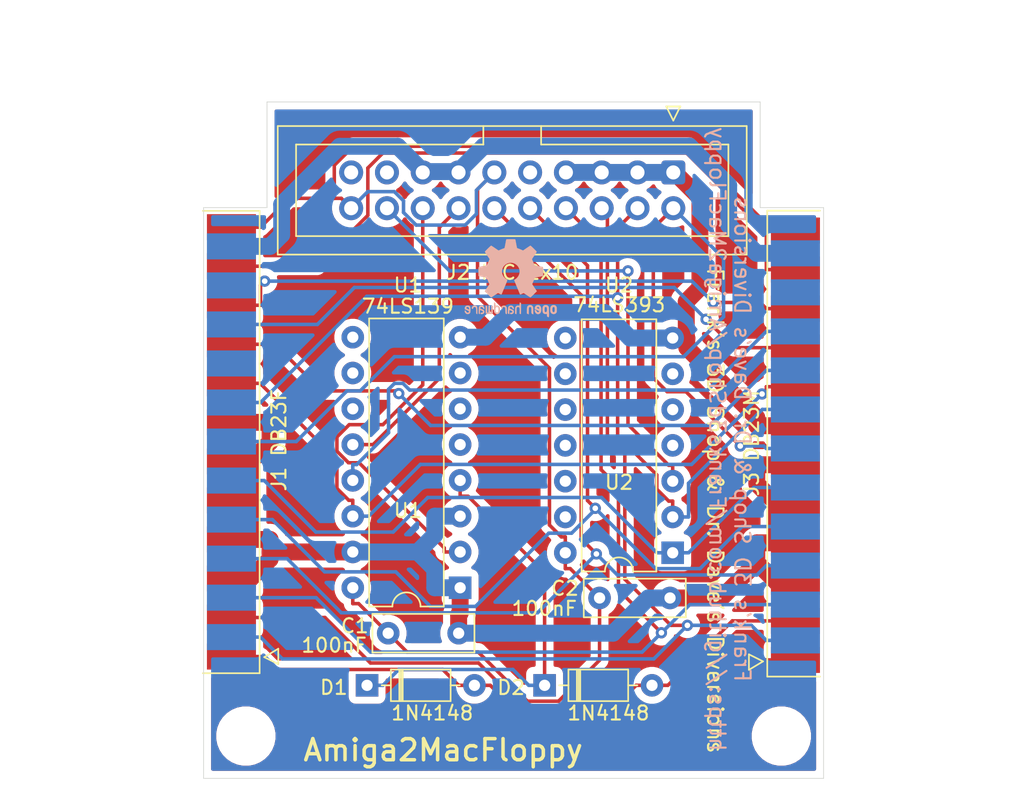
<source format=kicad_pcb>
(kicad_pcb (version 20171130) (host pcbnew "(5.1.9)-1")
  (title_block (title "Amiga to Mac Floppy Adapter") (date 2021-05-02) (rev 1.0) (company "Frank's 3D Shop") (comment 1 "Idea from Dr. Dave Diversions"))
  (layers (0 F.Cu signal) (31 B.Cu signal) (34 B.Paste user) (35 F.Paste user) (36 B.SilkS user) (37 F.SilkS user) (38 B.Mask user) (39 F.Mask user) (44 Edge.Cuts user))
  (net 0 "")
  (net 1 GND)
  (net 2 +12V)
  (net 3 _SEL1)
  (net 4 _SEL3)
  (net 5 DIR)
  (net 6 _DKWD)
  (net 7 _DKWE)
  (net 8 _CHNG)
  (net 9 _DRES)
  (net 10 _SEL2)
  (net 11 WR)
  (net 12 RD)
  (net 13 _RDY)
  (net 14 _DKRD)
  (net 15 _MTRXD)
  (net 16 PH0)
  (net 17 SEL)
  (net 18 PH3)
  (net 19 PH2)
  (net 20 _ENABLE)
  (net 21 "Net-(D1-Pad1)")
  (net 22 +5V)
  (module Symbol:OSHW-Logo2_7.3x6mm_SilkScreen (layer B.Cu) (at 138.26776 93.19296 180)
    (fp_text reference REF** hide)
    (fp_text value OSHW-Logo2_7.3x6mm_SilkScreen hide)
  )
  (module Amiga2MacFloppy:DSUB-23_Male_EdgeMount_P2.77mm (layer F.Cu) (at 158.468 105.193 90)
    (fp_text reference J3 hide)
    (fp_text value DB23M hide)
    (fp_text user "%R DB23M" (at 0.2896 -3.109 270) (layer F.SilkS))
    (pad 13 smd rect (at -13.711 0 90) (size 1.846667 3.48) (layers B.Cu B.Paste B.Mask) (net 19 PH2))
    (pad 1 smd rect (at -15.096 0 90) (size 1.846667 3.48) (layers F.Cu F.Paste F.Mask) (net 13 _RDY))
    (pad 2 smd rect (at -12.326 0 90) (size 1.846667 3.48) (layers F.Cu F.Paste F.Mask) (net 14 _DKRD))
    (pad 3 smd rect (at -9.556 0 90) (size 1.846667 3.48) (layers F.Cu F.Paste F.Mask) (net 1 GND))
    (pad 4 smd rect (at -6.786 0 90) (size 1.846667 3.48) (layers F.Cu F.Paste F.Mask) (net 1 GND))
    (pad 5 smd rect (at -4.016 0 90) (size 1.846667 3.48) (layers F.Cu F.Paste F.Mask) (net 1 GND))
    (pad 6 smd rect (at -1.246 0 90) (size 1.846667 3.48) (layers F.Cu F.Paste F.Mask) (net 1 GND))
    (pad 7 smd rect (at 1.524 0 90) (size 1.846667 3.48) (layers F.Cu F.Paste F.Mask) (net 1 GND))
    (pad 8 smd rect (at 4.294 0 90) (size 1.846667 3.48) (layers F.Cu F.Paste F.Mask) (net 15 _MTRXD))
    (pad 9 smd rect (at 7.064 0 90) (size 1.846667 3.48) (layers F.Cu F.Paste F.Mask) (net 10 _SEL2))
    (pad 10 smd rect (at 9.834 0 90) (size 1.846667 3.48) (layers F.Cu F.Paste F.Mask) (net 9 _DRES))
    (pad 11 smd rect (at 12.604 0 90) (size 1.846667 3.48) (layers F.Cu F.Paste F.Mask) (net 8 _CHNG))
    (pad 12 smd rect (at 15.374 0 90) (size 1.846667 3.48) (layers F.Cu F.Paste F.Mask) (net 22 +5V))
    (pad 14 smd rect (at -11.171 0 90) (size 1.846667 3.48) (layers B.Cu B.Paste B.Mask) (net 18 PH3))
    (pad 15 smd rect (at -8.401 0 90) (size 1.846667 3.48) (layers B.Cu B.Paste B.Mask) (net 17 SEL))
    (pad 16 smd rect (at -5.631 0 90) (size 1.846667 3.48) (layers B.Cu B.Paste B.Mask) (net 7 _DKWE))
    (pad 17 smd rect (at -2.861 0 90) (size 1.846667 3.48) (layers B.Cu B.Paste B.Mask) (net 6 _DKWD))
    (pad 18 smd rect (at -0.091 0 90) (size 1.846667 3.48) (layers B.Cu B.Paste B.Mask) (net 16 PH0))
    (pad 19 smd rect (at 2.679 0 90) (size 1.846667 3.48) (layers B.Cu B.Paste B.Mask) (net 5 DIR))
    (pad 20 smd rect (at 5.449 0 90) (size 1.846667 3.48) (layers B.Cu B.Paste B.Mask) (net 4 _SEL3))
    (pad 21 smd rect (at 8.219 0 90) (size 1.846667 3.48) (layers B.Cu B.Paste B.Mask) (net 3 _SEL1))
    (pad 22 smd rect (at 10.989 0 90) (size 1.846667 3.48) (layers B.Cu B.Paste B.Mask))
    (pad 23 smd rect (at 13.759 0 90) (size 1.846667 3.48) (layers B.Cu B.Paste B.Mask) (net 2 +12V))
  )
  (module Amiga2MacFloppy:DSUB-23_Female_EdgeMount_P2.77mm (layer F.Cu) (at 118.444 104.7 270)
    (fp_text reference J1 hide)
    (fp_text value DB23F hide)
    (fp_text user "%R DB23F" (at -0.0051 -3.3731 270) (layer F.SilkS))
    (pad 23 smd rect (at -13.759 0 270) (size 1.846667 3.48) (layers B.Cu B.Paste B.Mask) (net 2 +12V))
    (pad 22 smd rect (at -10.989 0 270) (size 1.846667 3.48) (layers B.Cu B.Paste B.Mask))
    (pad 21 smd rect (at -8.219 0 270) (size 1.846667 3.48) (layers B.Cu B.Paste B.Mask) (net 10 _SEL2))
    (pad 20 smd rect (at -5.449 0 270) (size 1.846667 3.48) (layers B.Cu B.Paste B.Mask))
    (pad 19 smd rect (at -2.679 0 270) (size 1.846667 3.48) (layers B.Cu B.Paste B.Mask) (net 5 DIR))
    (pad 18 smd rect (at 0.091 0 270) (size 1.846667 3.48) (layers B.Cu B.Paste B.Mask) (net 16 PH0))
    (pad 17 smd rect (at 2.861 0 270) (size 1.846667 3.48) (layers B.Cu B.Paste B.Mask) (net 6 _DKWD))
    (pad 16 smd rect (at 5.631 0 270) (size 1.846667 3.48) (layers B.Cu B.Paste B.Mask) (net 7 _DKWE))
    (pad 15 smd rect (at 8.401 0 270) (size 1.846667 3.48) (layers B.Cu B.Paste B.Mask) (net 17 SEL))
    (pad 14 smd rect (at 11.171 0 270) (size 1.846667 3.48) (layers B.Cu B.Paste B.Mask) (net 18 PH3))
    (pad 13 smd rect (at 13.97 0 270) (size 1.846667 3.48) (layers B.Cu B.Paste B.Mask) (net 19 PH2))
    (pad 12 smd rect (at -15.12 0 270) (size 1.846667 3.48) (layers F.Cu F.Paste F.Mask) (net 22 +5V))
    (pad 11 smd rect (at -12.35 0 270) (size 1.846667 3.48) (layers F.Cu F.Paste F.Mask) (net 8 _CHNG))
    (pad 10 smd rect (at -9.58 0 270) (size 1.846667 3.48) (layers F.Cu F.Paste F.Mask) (net 9 _DRES))
    (pad 9 smd rect (at -6.81 0 270) (size 1.846667 3.48) (layers F.Cu F.Paste F.Mask) (net 4 _SEL3))
    (pad 8 smd rect (at -4.04 0 270) (size 1.846667 3.48) (layers F.Cu F.Paste F.Mask) (net 15 _MTRXD))
    (pad 7 smd rect (at -1.27 0 270) (size 1.846667 3.48) (layers F.Cu F.Paste F.Mask) (net 1 GND))
    (pad 6 smd rect (at 1.5 0 270) (size 1.846667 3.48) (layers F.Cu F.Paste F.Mask) (net 1 GND))
    (pad 5 smd rect (at 4.27 0 270) (size 1.846667 3.48) (layers F.Cu F.Paste F.Mask) (net 1 GND))
    (pad 4 smd rect (at 7.04 0 270) (size 1.846667 3.48) (layers F.Cu F.Paste F.Mask) (net 1 GND))
    (pad 3 smd rect (at 9.81 0 270) (size 1.846667 3.48) (layers F.Cu F.Paste F.Mask) (net 1 GND))
    (pad 2 smd rect (at 12.58 0 270) (size 1.846667 3.48) (layers F.Cu F.Paste F.Mask) (net 14 _DKRD))
    (pad 1 smd rect (at 15.35 0 270) (size 1.846667 3.48) (layers F.Cu F.Paste F.Mask) (net 13 _RDY))
  )
  (module Diode_THT:D_DO-35_SOD27_P7.62mm_Horizontal (layer F.Cu) (at 140.668 122.093)
    (fp_text reference D2 (at -2.38 0.16) (layer F.SilkS))
    (fp_text value 1N4148 (at 4.52976 1.96996) (layer F.SilkS))
    (pad 2 thru_hole oval (at 7.62 0) (size 1.6 1.6) (drill 0.8) (layers *.Cu *.Mask) (net 14 _DKRD))
    (pad 1 thru_hole rect (at 0 0) (size 1.6 1.6) (drill 0.8) (layers *.Cu *.Mask) (net 21 "Net-(D1-Pad1)"))
  )
  (module Diode_THT:D_DO-35_SOD27_P7.62mm_Horizontal (layer F.Cu) (at 128.068 122.093)
    (fp_text reference D1 (at -2.36 0.15) (layer F.SilkS))
    (fp_text value 1N4148 (at 4.62976 1.96996) (layer F.SilkS))
    (pad 2 thru_hole oval (at 7.62 0) (size 1.6 1.6) (drill 0.8) (layers *.Cu *.Mask) (net 13 _RDY))
    (pad 1 thru_hole rect (at 0 0) (size 1.6 1.6) (drill 0.8) (layers *.Cu *.Mask) (net 21 "Net-(D1-Pad1)"))
  )
  (module Capacitor_THT:C_Disc_D7.0mm_W2.5mm_P5.00mm (layer F.Cu) (at 129.568 118.393)
    (fp_text reference C1 (at -2.37024 -0.52004) (layer F.SilkS))
    (fp_text value 100nF (at -3.84024 0.85996) (layer F.SilkS))
    (pad 2 thru_hole circle (at 5 0) (size 1.6 1.6) (drill 0.8) (layers *.Cu *.Mask) (net 1 GND))
    (pad 1 thru_hole circle (at 0 0) (size 1.6 1.6) (drill 0.8) (layers *.Cu *.Mask) (net 22 +5V))
  )
  (module Capacitor_THT:C_Disc_D7.0mm_W2.5mm_P5.00mm (layer F.Cu) (at 144.568 115.893)
    (fp_text reference C2 (at -2.45024 -0.68004) (layer F.SilkS))
    (fp_text value 100nF (at -3.92024 0.74996) (layer F.SilkS))
    (pad 2 thru_hole circle (at 5 0) (size 1.6 1.6) (drill 0.8) (layers *.Cu *.Mask) (net 1 GND))
    (pad 1 thru_hole circle (at 0 0) (size 1.6 1.6) (drill 0.8) (layers *.Cu *.Mask) (net 22 +5V))
  )
  (module MountingHole:MountingHole_3.2mm_M3_DIN965 (layer F.Cu) (at 157.468 125.693)
    (fp_text reference Hole2 hide)
    (fp_text value MountingHole_3.2mm_M3_DIN965)
    (pad 1 np_thru_hole circle (at 0 0) (size 3.2 3.2) (drill 3.2) (layers *.Cu *.Mask))
  )
  (module MountingHole:MountingHole_3.2mm_M3_DIN965 (layer F.Cu) (at 119.468 125.693)
    (fp_text reference Hole1 hide)
    (fp_text value MountingHole_3.2mm_M3_DIN965)
    (pad 1 np_thru_hole circle (at 0 0) (size 3.2 3.2) (drill 3.2) (layers *.Cu *.Mask))
  )
  (module Connector_IDC:IDC-Header_2x10_P2.54mm_Vertical (layer F.Cu) (at 149.8 85.693 270)
    (fp_text reference J2 hide)
    (fp_text value Conn_02x10_Odd_Even_MountingPin)
    (fp_text user "%R IDC 2x10" (at 7.09996 11.43) (layer F.SilkS))
    (pad 20 thru_hole circle (at 2.54 22.86 270) (size 1.7 1.7) (drill 1) (layers *.Cu *.Mask) (net 22 +5V))
    (pad 18 thru_hole circle (at 2.54 20.32 270) (size 1.7 1.7) (drill 1) (layers *.Cu *.Mask) (net 11 WR))
    (pad 16 thru_hole circle (at 2.54 17.78 270) (size 1.7 1.7) (drill 1) (layers *.Cu *.Mask) (net 12 RD))
    (pad 14 thru_hole circle (at 2.54 15.24 270) (size 1.7 1.7) (drill 1) (layers *.Cu *.Mask) (net 20 _ENABLE))
    (pad 12 thru_hole circle (at 2.54 12.7 270) (size 1.7 1.7) (drill 1) (layers *.Cu *.Mask) (net 17 SEL))
    (pad 10 thru_hole circle (at 2.54 10.16 270) (size 1.7 1.7) (drill 1) (layers *.Cu *.Mask) (net 7 _DKWE))
    (pad 8 thru_hole circle (at 2.54 7.62 270) (size 1.7 1.7) (drill 1) (layers *.Cu *.Mask) (net 18 PH3))
    (pad 6 thru_hole circle (at 2.54 5.08 270) (size 1.7 1.7) (drill 1) (layers *.Cu *.Mask) (net 19 PH2))
    (pad 4 thru_hole circle (at 2.54 2.54 270) (size 1.7 1.7) (drill 1) (layers *.Cu *.Mask) (net 5 DIR))
    (pad 2 thru_hole circle (at 2.54 0 270) (size 1.7 1.7) (drill 1) (layers *.Cu *.Mask) (net 16 PH0))
    (pad 19 thru_hole circle (at 0 22.86 270) (size 1.7 1.7) (drill 1) (layers *.Cu *.Mask))
    (pad 17 thru_hole circle (at 0 20.32 270) (size 1.7 1.7) (drill 1) (layers *.Cu *.Mask))
    (pad 15 thru_hole circle (at 0 17.78 270) (size 1.7 1.7) (drill 1) (layers *.Cu *.Mask) (net 2 +12V))
    (pad 13 thru_hole circle (at 0 15.24 270) (size 1.7 1.7) (drill 1) (layers *.Cu *.Mask) (net 2 +12V))
    (pad 11 thru_hole circle (at 0 12.7 270) (size 1.7 1.7) (drill 1) (layers *.Cu *.Mask) (net 22 +5V))
    (pad 9 thru_hole circle (at 0 10.16 270) (size 1.7 1.7) (drill 1) (layers *.Cu *.Mask))
    (pad 7 thru_hole circle (at 0 7.62 270) (size 1.7 1.7) (drill 1) (layers *.Cu *.Mask) (net 1 GND))
    (pad 5 thru_hole circle (at 0 5.08 270) (size 1.7 1.7) (drill 1) (layers *.Cu *.Mask) (net 1 GND))
    (pad 3 thru_hole circle (at 0 2.54 270) (size 1.7 1.7) (drill 1) (layers *.Cu *.Mask) (net 1 GND))
    (pad 1 thru_hole roundrect (at 0 0 270) (size 1.7 1.7) (drill 1) (layers *.Cu *.Mask) (roundrect_rratio 0.1470588235294118) (net 1 GND))
  )
  (module Package_DIP:DIP-14_W7.62mm (layer F.Cu) (at 149.757 112.684 180)
    (fp_text reference U2 (at 3.81 18.99104) (layer F.SilkS))
    (fp_text value 74LS393 (at 3.78924 17.59104 180) (layer F.SilkS))
    (fp_text user %R (at 3.81 4.99104) (layer F.SilkS))
    (pad 14 thru_hole oval (at 7.62 0 180) (size 1.6 1.6) (drill 0.8) (layers *.Cu *.Mask) (net 22 +5V))
    (pad 7 thru_hole oval (at 0 15.24 180) (size 1.6 1.6) (drill 0.8) (layers *.Cu *.Mask) (net 1 GND))
    (pad 13 thru_hole oval (at 7.62 2.54 180) (size 1.6 1.6) (drill 0.8) (layers *.Cu *.Mask))
    (pad 6 thru_hole oval (at 0 12.7 180) (size 1.6 1.6) (drill 0.8) (layers *.Cu *.Mask))
    (pad 12 thru_hole oval (at 7.62 5.08 180) (size 1.6 1.6) (drill 0.8) (layers *.Cu *.Mask))
    (pad 5 thru_hole oval (at 0 10.16 180) (size 1.6 1.6) (drill 0.8) (layers *.Cu *.Mask))
    (pad 11 thru_hole oval (at 7.62 7.62 180) (size 1.6 1.6) (drill 0.8) (layers *.Cu *.Mask))
    (pad 4 thru_hole oval (at 0 7.62 180) (size 1.6 1.6) (drill 0.8) (layers *.Cu *.Mask))
    (pad 10 thru_hole oval (at 7.62 10.16 180) (size 1.6 1.6) (drill 0.8) (layers *.Cu *.Mask))
    (pad 3 thru_hole oval (at 0 5.08 180) (size 1.6 1.6) (drill 0.8) (layers *.Cu *.Mask) (net 11 WR))
    (pad 9 thru_hole oval (at 7.62 12.7 180) (size 1.6 1.6) (drill 0.8) (layers *.Cu *.Mask))
    (pad 2 thru_hole oval (at 0 2.54 180) (size 1.6 1.6) (drill 0.8) (layers *.Cu *.Mask) (net 5 DIR))
    (pad 8 thru_hole oval (at 7.62 15.24 180) (size 1.6 1.6) (drill 0.8) (layers *.Cu *.Mask))
    (pad 1 thru_hole rect (at 0 0 180) (size 1.6 1.6) (drill 0.8) (layers *.Cu *.Mask) (net 6 _DKWD))
  )
  (module Package_DIP:DIP-16_W7.62mm (layer F.Cu) (at 134.674 115.168 180)
    (fp_text reference U1 (at 3.7135 21.47504) (layer F.SilkS))
    (fp_text value 74LS139 (at 3.70624 19.97504) (layer F.SilkS))
    (fp_text user %R (at 3.70624 5.47504) (layer F.SilkS))
    (pad 16 thru_hole oval (at 7.62 0 180) (size 1.6 1.6) (drill 0.8) (layers *.Cu *.Mask) (net 22 +5V))
    (pad 8 thru_hole oval (at 0 17.78 180) (size 1.6 1.6) (drill 0.8) (layers *.Cu *.Mask) (net 1 GND))
    (pad 15 thru_hole oval (at 7.62 2.54 180) (size 1.6 1.6) (drill 0.8) (layers *.Cu *.Mask) (net 1 GND))
    (pad 7 thru_hole oval (at 0 15.24 180) (size 1.6 1.6) (drill 0.8) (layers *.Cu *.Mask))
    (pad 14 thru_hole oval (at 7.62 5.08 180) (size 1.6 1.6) (drill 0.8) (layers *.Cu *.Mask) (net 15 _MTRXD))
    (pad 6 thru_hole oval (at 0 12.7 180) (size 1.6 1.6) (drill 0.8) (layers *.Cu *.Mask))
    (pad 13 thru_hole oval (at 7.62 7.62 180) (size 1.6 1.6) (drill 0.8) (layers *.Cu *.Mask) (net 3 _SEL1))
    (pad 5 thru_hole oval (at 0 10.16 180) (size 1.6 1.6) (drill 0.8) (layers *.Cu *.Mask))
    (pad 12 thru_hole oval (at 7.62 10.16 180) (size 1.6 1.6) (drill 0.8) (layers *.Cu *.Mask) (net 20 _ENABLE))
    (pad 4 thru_hole oval (at 0 7.62 180) (size 1.6 1.6) (drill 0.8) (layers *.Cu *.Mask) (net 21 "Net-(D1-Pad1)"))
    (pad 11 thru_hole oval (at 7.62 12.7 180) (size 1.6 1.6) (drill 0.8) (layers *.Cu *.Mask))
    (pad 3 thru_hole oval (at 0 5.08 180) (size 1.6 1.6) (drill 0.8) (layers *.Cu *.Mask) (net 1 GND))
    (pad 10 thru_hole oval (at 7.62 15.24 180) (size 1.6 1.6) (drill 0.8) (layers *.Cu *.Mask))
    (pad 2 thru_hole oval (at 0 2.54 180) (size 1.6 1.6) (drill 0.8) (layers *.Cu *.Mask) (net 12 RD))
    (pad 9 thru_hole oval (at 7.62 17.78 180) (size 1.6 1.6) (drill 0.8) (layers *.Cu *.Mask))
    (pad 1 thru_hole rect (at 0 0 180) (size 1.6 1.6) (drill 0.8) (layers *.Cu *.Mask) (net 1 GND))
  )
  (gr_line (start 120.96776 80.69296) (end 155.96776 80.69296) (layer Edge.Cuts) (width 0.05))
  (gr_line (start 121.76776 119.49296) (end 120.76776 120.09296) (layer F.SilkS) (width 0.12))
  (gr_line (start 121.76776 120.59296) (end 121.76776 119.49296) (layer F.SilkS) (width 0.12))
  (gr_line (start 120.76776 120.09296) (end 121.76776 120.59296) (layer F.SilkS) (width 0.12))
  (gr_line (start 155.16776 120.99296) (end 156.16776 120.39296) (layer F.SilkS) (width 0.12))
  (gr_line (start 155.16776 119.89296) (end 155.16776 120.99296) (layer F.SilkS) (width 0.12))
  (gr_line (start 156.16776 120.39296) (end 155.16776 119.89296) (layer F.SilkS) (width 0.12))
  (gr_line (start 120.96776 88.19296) (end 116.46776 88.19296) (layer Edge.Cuts) (width 0.05))
  (gr_line (start 120.96776 80.69296) (end 120.96776 88.19296) (layer Edge.Cuts) (width 0.05))
  (gr_line (start 155.96776 88.19296) (end 160.46776 88.19296) (layer Edge.Cuts) (width 0.05))
  (gr_line (start 155.96776 80.69296) (end 155.96776 88.19296) (layer Edge.Cuts) (width 0.05))
  (gr_text Amiga2MacFloppy (at 133.46776 126.69296) (layer F.SilkS) (effects (font (size 1.5 1.5) (thickness 0.25))))
  (gr_text "Frank's 3D Shop & Dr. Dave's Diversions" (at 152.76776 109.69296 -90) (layer F.SilkS) (effects (font (size 1.1 1.1))))
  (gr_text "Frank's 3D Shop & Dr. Dave's Diversions\nhttps://github.com/Franks3dShop/Amiga2MacFloppy" (at 153.80576 104.61696 -90) (layer B.SilkS) (effects (font (size 1.1 1.1)) (justify mirror)))
  (gr_line (start 116.46776 128.69296) (end 116.46776 88.19296) (layer Edge.Cuts) (width 0.05))
  (gr_line (start 160.46776 128.69296) (end 116.46776 128.69296) (layer Edge.Cuts) (width 0.05))
  (gr_line (start 160.46776 88.19296) (end 160.46776 128.69296) (layer Edge.Cuts) (width 0.05))
  (segment (start 157.8127 106.439) (end 155.7277 106.439) (width 1.2) (layer F.Cu) (net 1))
  (segment (start 158.468 106.439) (end 157.8127 106.439) (width 1.2) (layer F.Cu) (net 1))
  (segment (start 157.6539 103.669) (end 157.8126 103.8277) (width 1.2) (layer F.Cu) (net 1))
  (segment (start 157.8126 103.8277) (end 157.8127 103.8277) (width 1.2) (layer F.Cu) (net 1))
  (segment (start 157.8127 103.8277) (end 157.8127 106.439) (width 1.2) (layer F.Cu) (net 1))
  (segment (start 158.468 103.669) (end 157.6539 103.669) (width 1.2) (layer F.Cu) (net 1))
  (segment (start 157.6538 103.669) (end 155.7277 103.669) (width 1.2) (layer F.Cu) (net 1))
  (segment (start 157.6538 103.669) (end 157.6539 103.669) (width 1.2) (layer F.Cu) (net 1))
  (segment (start 149.8 85.693) (end 149.8907 85.693) (width 1.2) (layer F.Cu) (net 1))
  (segment (start 149.8907 85.693) (end 151.6913 87.4936) (width 1.2) (layer F.Cu) (net 1))
  (segment (start 151.6913 87.4936) (end 151.6913 93.8842) (width 1.2) (layer F.Cu) (net 1))
  (segment (start 151.6913 93.8842) (end 150.7202 94.8553) (width 1.2) (layer F.Cu) (net 1))
  (segment (start 150.7202 94.8553) (end 150.7202 97.4041) (width 1.2) (layer F.Cu) (net 1))
  (segment (start 150.7202 97.4041) (end 150.7601 97.444) (width 1.2) (layer F.Cu) (net 1))
  (segment (start 150.7601 97.444) (end 150.7601 98.1296) (width 1.2) (layer F.Cu) (net 1))
  (segment (start 150.7601 98.1296) (end 155.7277 103.0972) (width 1.2) (layer F.Cu) (net 1))
  (segment (start 155.7277 103.0972) (end 155.7277 103.669) (width 1.2) (layer F.Cu) (net 1))
  (segment (start 149.757 97.444) (end 150.7601 97.444) (width 1.2) (layer F.Cu) (net 1))
  (segment (start 157.783 109.209) (end 157.146 109.209) (width 1.2) (layer F.Cu) (net 1))
  (segment (start 157.146 109.209) (end 155.7277 107.7907) (width 1.2) (layer F.Cu) (net 1))
  (segment (start 155.7277 107.7907) (end 155.7277 106.439) (width 1.2) (layer F.Cu) (net 1))
  (segment (start 157.783 109.209) (end 157.0979 109.209) (width 1.2) (layer F.Cu) (net 1))
  (segment (start 158.468 109.209) (end 157.783 109.209) (width 1.2) (layer F.Cu) (net 1))
  (segment (start 149.8 85.693) (end 147.26 85.693) (width 1.2) (layer B.Cu) (net 1))
  (segment (start 134.568 118.393) (end 145.5253 118.393) (width 1.2) (layer B.Cu) (net 1))
  (segment (start 145.5253 118.393) (end 148.0253 115.893) (width 1.2) (layer B.Cu) (net 1))
  (segment (start 148.0253 115.893) (end 149.568 115.893) (width 1.2) (layer B.Cu) (net 1))
  (segment (start 136.4743 97.388) (end 138.2288 95.6335) (width 1.2) (layer B.Cu) (net 1))
  (segment (start 138.2288 95.6335) (end 144.9192 95.6335) (width 1.2) (layer B.Cu) (net 1))
  (segment (start 144.9192 95.6335) (end 146.7297 97.444) (width 1.2) (layer B.Cu) (net 1))
  (segment (start 146.7297 97.444) (end 147.9567 97.444) (width 1.2) (layer B.Cu) (net 1))
  (segment (start 131.6611 112.628) (end 128.8543 112.628) (width 1.2) (layer B.Cu) (net 1))
  (segment (start 132.8737 110.088) (end 132.8737 111.4154) (width 1.2) (layer B.Cu) (net 1))
  (segment (start 132.8737 111.4154) (end 131.6611 112.628) (width 1.2) (layer B.Cu) (net 1))
  (segment (start 132.8737 115.168) (end 132.8737 113.8406) (width 1.2) (layer B.Cu) (net 1))
  (segment (start 132.8737 113.8406) (end 131.6611 112.628) (width 1.2) (layer B.Cu) (net 1))
  (segment (start 134.674 115.168) (end 132.8737 115.168) (width 1.2) (layer B.Cu) (net 1))
  (segment (start 134.674 110.088) (end 132.8737 110.088) (width 1.2) (layer B.Cu) (net 1))
  (segment (start 127.054 112.628) (end 128.8543 112.628) (width 1.2) (layer B.Cu) (net 1))
  (segment (start 121.1843 112.628) (end 121.1843 111.74) (width 1.2) (layer F.Cu) (net 1))
  (segment (start 119.8142 114.51) (end 121.1843 113.1399) (width 1.2) (layer F.Cu) (net 1))
  (segment (start 121.1843 113.1399) (end 121.1843 112.628) (width 1.2) (layer F.Cu) (net 1))
  (segment (start 125.2537 112.628) (end 121.1843 112.628) (width 1.2) (layer F.Cu) (net 1))
  (segment (start 155.7277 113.3788) (end 155.7277 111.979) (width 1.2) (layer F.Cu) (net 1))
  (segment (start 157.0979 114.749) (end 155.7277 113.3788) (width 1.2) (layer F.Cu) (net 1))
  (segment (start 149.568 115.893) (end 153.2135 115.893) (width 1.2) (layer F.Cu) (net 1))
  (segment (start 153.2135 115.893) (end 155.7277 113.3788) (width 1.2) (layer F.Cu) (net 1))
  (segment (start 127.054 112.628) (end 125.2537 112.628) (width 1.2) (layer F.Cu) (net 1))
  (segment (start 119.8142 111.74) (end 121.1843 111.74) (width 1.2) (layer F.Cu) (net 1))
  (segment (start 118.444 111.74) (end 119.8142 111.74) (width 1.2) (layer F.Cu) (net 1))
  (segment (start 119.8142 111.74) (end 119.8142 108.97) (width 1.2) (layer F.Cu) (net 1))
  (segment (start 118.444 114.51) (end 119.8142 114.51) (width 1.2) (layer F.Cu) (net 1))
  (segment (start 157.0979 111.979) (end 155.7277 111.979) (width 1.2) (layer F.Cu) (net 1))
  (segment (start 158.468 111.979) (end 157.0979 111.979) (width 1.2) (layer F.Cu) (net 1))
  (segment (start 157.0979 109.209) (end 157.0979 111.979) (width 1.2) (layer F.Cu) (net 1))
  (segment (start 158.468 114.749) (end 157.0979 114.749) (width 1.2) (layer F.Cu) (net 1))
  (segment (start 118.444 108.97) (end 119.8142 108.97) (width 1.2) (layer F.Cu) (net 1))
  (segment (start 119.8142 108.97) (end 119.8142 106.2) (width 1.2) (layer F.Cu) (net 1))
  (segment (start 118.444 103.43) (end 121.1843 103.43) (width 1.2) (layer F.Cu) (net 1))
  (segment (start 119.8142 106.2) (end 121.1843 104.8299) (width 1.2) (layer F.Cu) (net 1))
  (segment (start 121.1843 104.8299) (end 121.1843 103.43) (width 1.2) (layer F.Cu) (net 1))
  (segment (start 118.444 106.2) (end 119.8142 106.2) (width 1.2) (layer F.Cu) (net 1))
  (segment (start 144.72 85.693) (end 142.18 85.693) (width 1.2) (layer B.Cu) (net 1))
  (segment (start 147.26 85.693) (end 144.72 85.693) (width 1.2) (layer B.Cu) (net 1))
  (segment (start 149.757 97.444) (end 147.9567 97.444) (width 1.2) (layer B.Cu) (net 1))
  (segment (start 134.674 97.388) (end 136.4743 97.388) (width 1.2) (layer B.Cu) (net 1))
  (segment (start 134.674 115.168) (end 134.674 116.9683) (width 1.2) (layer F.Cu) (net 1))
  (segment (start 134.674 116.9683) (end 134.568 117.0743) (width 1.2) (layer F.Cu) (net 1))
  (segment (start 134.568 117.0743) (end 134.568 118.393) (width 1.2) (layer F.Cu) (net 1))
  (segment (start 134.56 85.6347) (end 134.56 85.6136) (width 1.2) (layer B.Cu) (net 2))
  (segment (start 134.56 85.6136) (end 136.3432 83.8304) (width 1.2) (layer B.Cu) (net 2))
  (segment (start 136.3432 83.8304) (end 150.9513 83.8304) (width 1.2) (layer B.Cu) (net 2))
  (segment (start 150.9513 83.8304) (end 153.7305 86.6096) (width 1.2) (layer B.Cu) (net 2))
  (segment (start 153.7305 86.6096) (end 153.7305 89.4368) (width 1.2) (layer B.Cu) (net 2))
  (segment (start 153.7305 89.4368) (end 155.7277 91.434) (width 1.2) (layer B.Cu) (net 2))
  (segment (start 134.56 85.693) (end 134.56 85.6347) (width 1.2) (layer B.Cu) (net 2))
  (segment (start 134.56 85.6347) (end 132.02 85.6347) (width 1.2) (layer B.Cu) (net 2))
  (segment (start 132.02 85.6347) (end 132.02 85.6136) (width 1.2) (layer B.Cu) (net 2))
  (segment (start 132.02 85.6136) (end 130.2475 83.8411) (width 1.2) (layer B.Cu) (net 2))
  (segment (start 130.2475 83.8411) (end 126.1282 83.8411) (width 1.2) (layer B.Cu) (net 2))
  (segment (start 126.1282 83.8411) (end 122.009 87.9603) (width 1.2) (layer B.Cu) (net 2))
  (segment (start 122.009 87.9603) (end 122.009 90.1163) (width 1.2) (layer B.Cu) (net 2))
  (segment (start 122.009 90.1163) (end 121.1843 90.941) (width 1.2) (layer B.Cu) (net 2))
  (segment (start 132.02 85.693) (end 132.02 85.6347) (width 1.2) (layer B.Cu) (net 2))
  (segment (start 158.468 91.434) (end 155.7277 91.434) (width 1.2) (layer B.Cu) (net 2))
  (segment (start 118.444 90.941) (end 121.1843 90.941) (width 1.2) (layer B.Cu) (net 2))
  (segment (start 156.4027 96.974) (end 152.2393 101.1374) (width 0.25) (layer B.Cu) (net 3))
  (segment (start 152.2393 101.1374) (end 131.0931 101.1374) (width 0.25) (layer B.Cu) (net 3))
  (segment (start 131.0931 101.1374) (end 130.6179 100.6622) (width 0.25) (layer B.Cu) (net 3))
  (segment (start 130.6179 100.6622) (end 130.017 100.6622) (width 0.25) (layer B.Cu) (net 3))
  (segment (start 130.017 100.6622) (end 129.5921 101.0871) (width 0.25) (layer B.Cu) (net 3))
  (segment (start 129.5921 101.0871) (end 129.5921 104.166) (width 0.25) (layer B.Cu) (net 3))
  (segment (start 129.5921 104.166) (end 127.3354 106.4227) (width 0.25) (layer B.Cu) (net 3))
  (segment (start 127.3354 106.4227) (end 127.054 106.4227) (width 0.25) (layer B.Cu) (net 3))
  (segment (start 158.468 96.974) (end 156.4027 96.974) (width 0.25) (layer B.Cu) (net 3))
  (segment (start 127.054 107.548) (end 127.054 106.4227) (width 0.25) (layer B.Cu) (net 3))
  (segment (start 118.444 97.89) (end 121.5369 97.89) (width 0.25) (layer F.Cu) (net 4))
  (segment (start 121.5369 97.89) (end 124.8449 101.198) (width 0.25) (layer F.Cu) (net 4))
  (segment (start 124.8449 101.198) (end 130.1279 101.198) (width 0.25) (layer F.Cu) (net 4))
  (segment (start 130.1279 101.198) (end 130.3174 101.3875) (width 0.25) (layer F.Cu) (net 4))
  (segment (start 156.4027 99.744) (end 152.4952 103.6515) (width 0.25) (layer B.Cu) (net 4))
  (segment (start 152.4952 103.6515) (end 132.5814 103.6515) (width 0.25) (layer B.Cu) (net 4))
  (segment (start 132.5814 103.6515) (end 130.3174 101.3875) (width 0.25) (layer B.Cu) (net 4))
  (segment (start 158.468 99.744) (end 156.4027 99.744) (width 0.25) (layer B.Cu) (net 4))
  (via (at 130.3174 101.3875) (size 0.8) (layers F.Cu B.Cu) (net 4))
  (segment (start 156.4027 102.514) (end 156.1202 102.514) (width 0.25) (layer B.Cu) (net 5))
  (segment (start 156.1202 102.514) (end 150.8823 107.7519) (width 0.25) (layer B.Cu) (net 5))
  (segment (start 150.8823 107.7519) (end 150.8823 110.144) (width 0.25) (layer B.Cu) (net 5))
  (segment (start 158.468 102.514) (end 156.4027 102.514) (width 0.25) (layer B.Cu) (net 5))
  (segment (start 149.757 110.144) (end 150.8823 110.144) (width 0.25) (layer B.Cu) (net 5))
  (segment (start 120.5093 102.021) (end 128.0466 94.4837) (width 0.25) (layer B.Cu) (net 5))
  (segment (start 128.0466 94.4837) (end 145.7496 94.4837) (width 0.25) (layer B.Cu) (net 5))
  (segment (start 145.7496 94.4837) (end 145.8496 94.5837) (width 0.25) (layer B.Cu) (net 5))
  (segment (start 145.8496 94.5837) (end 145.8496 89.6434) (width 0.25) (layer F.Cu) (net 5))
  (segment (start 145.8496 89.6434) (end 147.26 88.233) (width 0.25) (layer F.Cu) (net 5))
  (segment (start 118.444 102.021) (end 120.5093 102.021) (width 0.25) (layer B.Cu) (net 5))
  (segment (start 149.757 109.0187) (end 149.4756 109.0187) (width 0.25) (layer F.Cu) (net 5))
  (segment (start 149.4756 109.0187) (end 148.6317 108.1748) (width 0.25) (layer F.Cu) (net 5))
  (segment (start 148.6317 108.1748) (end 148.6317 107.1613) (width 0.25) (layer F.Cu) (net 5))
  (segment (start 148.6317 107.1613) (end 145.8496 104.3792) (width 0.25) (layer F.Cu) (net 5))
  (segment (start 145.8496 104.3792) (end 145.8496 94.5837) (width 0.25) (layer F.Cu) (net 5))
  (segment (start 149.757 110.144) (end 149.757 109.0187) (width 0.25) (layer F.Cu) (net 5))
  (via (at 145.8496 94.5837) (size 0.8) (layers F.Cu B.Cu) (net 5))
  (segment (start 149.757 112.684) (end 150.8823 112.684) (width 0.25) (layer B.Cu) (net 6))
  (segment (start 150.8823 112.684) (end 155.5123 108.054) (width 0.25) (layer B.Cu) (net 6))
  (segment (start 155.5123 108.054) (end 158.468 108.054) (width 0.25) (layer B.Cu) (net 6))
  (segment (start 149.1944 112.684) (end 149.757 112.684) (width 0.25) (layer B.Cu) (net 6))
  (segment (start 149.1944 112.684) (end 148.6317 112.684) (width 0.25) (layer B.Cu) (net 6))
  (segment (start 148.6317 112.684) (end 144.7103 108.7626) (width 0.25) (layer B.Cu) (net 6))
  (segment (start 144.7103 108.7626) (end 132.3729 108.7626) (width 0.25) (layer B.Cu) (net 6))
  (segment (start 132.3729 108.7626) (end 129.9207 111.2148) (width 0.25) (layer B.Cu) (net 6))
  (segment (start 129.9207 111.2148) (end 124.4293 111.2148) (width 0.25) (layer B.Cu) (net 6))
  (segment (start 124.4293 111.2148) (end 120.7755 107.561) (width 0.25) (layer B.Cu) (net 6))
  (segment (start 120.7755 107.561) (end 118.444 107.561) (width 0.25) (layer B.Cu) (net 6))
  (segment (start 118.444 110.331) (end 121.3475 110.331) (width 0.25) (layer B.Cu) (net 7))
  (segment (start 121.3475 110.331) (end 125.0559 114.0394) (width 0.25) (layer B.Cu) (net 7))
  (segment (start 125.0559 114.0394) (end 130.1086 114.0394) (width 0.25) (layer B.Cu) (net 7))
  (segment (start 130.1086 114.0394) (end 132.5626 116.4934) (width 0.25) (layer B.Cu) (net 7))
  (segment (start 132.5626 116.4934) (end 135.7667 116.4934) (width 0.25) (layer B.Cu) (net 7))
  (segment (start 135.7667 116.4934) (end 140.9667 111.2934) (width 0.25) (layer B.Cu) (net 7))
  (segment (start 140.9667 111.2934) (end 142.5863 111.2934) (width 0.25) (layer B.Cu) (net 7))
  (segment (start 142.5863 111.2934) (end 144.263 109.6167) (width 0.25) (layer B.Cu) (net 7))
  (segment (start 144.263 109.6167) (end 144.263 109.5296) (width 0.25) (layer B.Cu) (net 7))
  (segment (start 139.64 88.233) (end 143.7128 92.3058) (width 0.25) (layer F.Cu) (net 7))
  (segment (start 143.7128 92.3058) (end 143.7128 108.9794) (width 0.25) (layer F.Cu) (net 7))
  (segment (start 143.7128 108.9794) (end 144.263 109.5296) (width 0.25) (layer F.Cu) (net 7))
  (segment (start 158.468 110.824) (end 154.6817 110.824) (width 0.25) (layer B.Cu) (net 7))
  (segment (start 154.6817 110.824) (end 151.6963 113.8094) (width 0.25) (layer B.Cu) (net 7))
  (segment (start 151.6963 113.8094) (end 148.5428 113.8094) (width 0.25) (layer B.Cu) (net 7))
  (segment (start 148.5428 113.8094) (end 144.263 109.5296) (width 0.25) (layer B.Cu) (net 7))
  (via (at 144.263 109.5296) (size 0.8) (layers F.Cu B.Cu) (net 7))
  (segment (start 158.468 92.589) (end 156.4027 92.589) (width 0.25) (layer F.Cu) (net 8))
  (segment (start 118.444 92.35) (end 124.5143 92.35) (width 0.25) (layer F.Cu) (net 8))
  (segment (start 124.5143 92.35) (end 128.1234 88.7409) (width 0.25) (layer F.Cu) (net 8))
  (segment (start 128.1234 88.7409) (end 128.1234 85.3804) (width 0.25) (layer F.Cu) (net 8))
  (segment (start 128.1234 85.3804) (end 129.1872 84.3166) (width 0.25) (layer F.Cu) (net 8))
  (segment (start 129.1872 84.3166) (end 150.7414 84.3166) (width 0.25) (layer F.Cu) (net 8))
  (segment (start 150.7414 84.3166) (end 156.4027 89.9779) (width 0.25) (layer F.Cu) (net 8))
  (segment (start 156.4027 89.9779) (end 156.4027 92.589) (width 0.25) (layer F.Cu) (net 8))
  (segment (start 120.5093 95.12) (end 120.5093 93.7004) (width 0.25) (layer F.Cu) (net 9))
  (segment (start 120.5093 93.7004) (end 120.8016 93.4081) (width 0.25) (layer F.Cu) (net 9))
  (segment (start 152.6328 94.9229) (end 151.118 93.4081) (width 0.25) (layer B.Cu) (net 9))
  (segment (start 151.118 93.4081) (end 120.8016 93.4081) (width 0.25) (layer B.Cu) (net 9))
  (segment (start 118.444 95.12) (end 120.5093 95.12) (width 0.25) (layer F.Cu) (net 9))
  (segment (start 158.468 95.359) (end 156.4027 95.359) (width 0.25) (layer F.Cu) (net 9))
  (segment (start 152.6328 94.9229) (end 155.9666 94.9229) (width 0.25) (layer F.Cu) (net 9))
  (segment (start 155.9666 94.9229) (end 156.4027 95.359) (width 0.25) (layer F.Cu) (net 9))
  (via (at 152.6328 94.9229) (size 0.8) (layers F.Cu B.Cu) (net 9))
  (via (at 120.8016 93.4081) (size 0.8) (layers F.Cu B.Cu) (net 9))
  (segment (start 158.468 98.129) (end 154.1391 98.129) (width 0.25) (layer F.Cu) (net 10))
  (segment (start 154.1391 98.129) (end 152.1254 96.1153) (width 0.25) (layer F.Cu) (net 10))
  (segment (start 118.444 96.481) (end 124.5451 96.481) (width 0.25) (layer B.Cu) (net 10))
  (segment (start 124.5451 96.481) (end 127.1677 93.8584) (width 0.25) (layer B.Cu) (net 10))
  (segment (start 127.1677 93.8584) (end 149.8685 93.8584) (width 0.25) (layer B.Cu) (net 10))
  (segment (start 149.8685 93.8584) (end 152.1254 96.1153) (width 0.25) (layer B.Cu) (net 10))
  (via (at 152.1254 96.1153) (size 0.8) (layers F.Cu B.Cu) (net 10))
  (segment (start 149.757 106.4787) (end 149.4757 106.4787) (width 0.25) (layer F.Cu) (net 11))
  (segment (start 149.4757 106.4787) (end 146.5845 103.5875) (width 0.25) (layer F.Cu) (net 11))
  (segment (start 146.5845 103.5875) (end 146.5845 92.6814) (width 0.25) (layer F.Cu) (net 11))
  (segment (start 129.48 88.233) (end 133.9284 92.6814) (width 0.25) (layer B.Cu) (net 11))
  (segment (start 133.9284 92.6814) (end 146.5845 92.6814) (width 0.25) (layer B.Cu) (net 11))
  (segment (start 149.757 107.604) (end 149.757 106.4787) (width 0.25) (layer F.Cu) (net 11))
  (via (at 146.5845 92.6814) (size 0.8) (layers F.Cu B.Cu) (net 11))
  (segment (start 134.674 112.628) (end 133.5487 112.628) (width 0.25) (layer F.Cu) (net 12))
  (segment (start 133.5487 112.628) (end 133.5487 112.3467) (width 0.25) (layer F.Cu) (net 12))
  (segment (start 133.5487 112.3467) (end 127.4985 106.2965) (width 0.25) (layer F.Cu) (net 12))
  (segment (start 127.4985 106.2965) (end 126.7509 106.2965) (width 0.25) (layer F.Cu) (net 12))
  (segment (start 126.7509 106.2965) (end 125.9286 105.4742) (width 0.25) (layer F.Cu) (net 12))
  (segment (start 125.9286 105.4742) (end 125.9286 104.4665) (width 0.25) (layer F.Cu) (net 12))
  (segment (start 125.9286 104.4665) (end 126.8017 103.5934) (width 0.25) (layer F.Cu) (net 12))
  (segment (start 126.8017 103.5934) (end 129.196 103.5934) (width 0.25) (layer F.Cu) (net 12))
  (segment (start 129.196 103.5934) (end 132.02 100.7694) (width 0.25) (layer F.Cu) (net 12))
  (segment (start 132.02 100.7694) (end 132.02 88.233) (width 0.25) (layer F.Cu) (net 12))
  (segment (start 120.5093 120.05) (end 121.427 120.9677) (width 0.25) (layer F.Cu) (net 13))
  (segment (start 121.427 120.9677) (end 133.4374 120.9677) (width 0.25) (layer F.Cu) (net 13))
  (segment (start 133.4374 120.9677) (end 134.5627 122.093) (width 0.25) (layer F.Cu) (net 13))
  (segment (start 135.688 122.093) (end 134.5627 122.093) (width 0.25) (layer F.Cu) (net 13))
  (segment (start 135.688 122.093) (end 136.8133 122.093) (width 0.25) (layer F.Cu) (net 13))
  (segment (start 136.8133 122.093) (end 138.865 124.1447) (width 0.25) (layer F.Cu) (net 13))
  (segment (start 138.865 124.1447) (end 152.547 124.1447) (width 0.25) (layer F.Cu) (net 13))
  (segment (start 152.547 124.1447) (end 156.4027 120.289) (width 0.25) (layer F.Cu) (net 13))
  (segment (start 158.468 120.289) (end 156.4027 120.289) (width 0.25) (layer F.Cu) (net 13))
  (segment (start 118.444 120.05) (end 120.5093 120.05) (width 0.25) (layer F.Cu) (net 13))
  (segment (start 148.288 122.093) (end 147.1627 122.093) (width 0.25) (layer F.Cu) (net 14))
  (segment (start 147.1627 122.093) (end 145.5614 123.6943) (width 0.25) (layer F.Cu) (net 14))
  (segment (start 145.5614 123.6943) (end 139.167 123.6943) (width 0.25) (layer F.Cu) (net 14))
  (segment (start 139.167 123.6943) (end 135.9797 120.507) (width 0.25) (layer F.Cu) (net 14))
  (segment (start 135.9797 120.507) (end 128.3093 120.507) (width 0.25) (layer F.Cu) (net 14))
  (segment (start 128.3093 120.507) (end 125.0823 117.28) (width 0.25) (layer F.Cu) (net 14))
  (segment (start 125.0823 117.28) (end 118.444 117.28) (width 0.25) (layer F.Cu) (net 14))
  (segment (start 148.3726 122.093) (end 148.288 122.093) (width 0.25) (layer F.Cu) (net 14))
  (segment (start 148.3726 122.093) (end 149.4133 122.093) (width 0.25) (layer F.Cu) (net 14))
  (segment (start 149.4133 122.093) (end 153.9873 117.519) (width 0.25) (layer F.Cu) (net 14))
  (segment (start 153.9873 117.519) (end 158.468 117.519) (width 0.25) (layer F.Cu) (net 14))
  (segment (start 127.054 110.088) (end 128.1793 110.088) (width 0.25) (layer B.Cu) (net 15))
  (segment (start 156.0973 101.417) (end 156.4027 101.1116) (width 0.25) (layer F.Cu) (net 15))
  (segment (start 156.4027 101.1116) (end 156.4027 100.899) (width 0.25) (layer F.Cu) (net 15))
  (segment (start 128.1793 110.088) (end 131.8521 106.4152) (width 0.25) (layer B.Cu) (net 15))
  (segment (start 131.8521 106.4152) (end 151.0991 106.4152) (width 0.25) (layer B.Cu) (net 15))
  (segment (start 151.0991 106.4152) (end 156.0973 101.417) (width 0.25) (layer B.Cu) (net 15))
  (segment (start 158.468 100.899) (end 156.4027 100.899) (width 0.25) (layer F.Cu) (net 15))
  (segment (start 120.5093 100.66) (end 120.5093 100.6918) (width 0.25) (layer F.Cu) (net 15))
  (segment (start 120.5093 100.6918) (end 125.9287 106.1112) (width 0.25) (layer F.Cu) (net 15))
  (segment (start 125.9287 106.1112) (end 125.9287 108.1188) (width 0.25) (layer F.Cu) (net 15))
  (segment (start 125.9287 108.1188) (end 126.7726 108.9627) (width 0.25) (layer F.Cu) (net 15))
  (segment (start 126.7726 108.9627) (end 127.054 108.9627) (width 0.25) (layer F.Cu) (net 15))
  (segment (start 118.444 100.66) (end 120.5093 100.66) (width 0.25) (layer F.Cu) (net 15))
  (segment (start 127.054 110.088) (end 127.054 108.9627) (width 0.25) (layer F.Cu) (net 15))
  (via (at 156.0973 101.417) (size 0.8) (layers F.Cu B.Cu) (net 15))
  (segment (start 149.8 88.233) (end 153.3678 91.8008) (width 0.25) (layer B.Cu) (net 16))
  (segment (start 153.3678 91.8008) (end 153.3678 95.9372) (width 0.25) (layer B.Cu) (net 16))
  (segment (start 153.3678 95.9372) (end 150.5356 98.7694) (width 0.25) (layer B.Cu) (net 16))
  (segment (start 150.5356 98.7694) (end 130.0128 98.7694) (width 0.25) (layer B.Cu) (net 16))
  (segment (start 130.0128 98.7694) (end 127.5842 101.198) (width 0.25) (layer B.Cu) (net 16))
  (segment (start 127.5842 101.198) (end 126.638 101.198) (width 0.25) (layer B.Cu) (net 16))
  (segment (start 126.638 101.198) (end 123.045 104.791) (width 0.25) (layer B.Cu) (net 16))
  (segment (start 123.045 104.791) (end 118.444 104.791) (width 0.25) (layer B.Cu) (net 16))
  (segment (start 158.468 105.284) (end 156.4027 105.284) (width 0.25) (layer B.Cu) (net 16))
  (segment (start 154.553 105.1069) (end 156.2256 105.1069) (width 0.25) (layer B.Cu) (net 16))
  (segment (start 156.2256 105.1069) (end 156.4027 105.284) (width 0.25) (layer B.Cu) (net 16))
  (segment (start 149.8 88.233) (end 148.3818 89.6512) (width 0.25) (layer F.Cu) (net 16))
  (segment (start 148.3818 89.6512) (end 148.3818 100.272) (width 0.25) (layer F.Cu) (net 16))
  (segment (start 148.3818 100.272) (end 149.3638 101.254) (width 0.25) (layer F.Cu) (net 16))
  (segment (start 149.3638 101.254) (end 150.7001 101.254) (width 0.25) (layer F.Cu) (net 16))
  (segment (start 150.7001 101.254) (end 154.553 105.1069) (width 0.25) (layer F.Cu) (net 16))
  (via (at 154.553 105.1069) (size 0.8) (layers F.Cu B.Cu) (net 16))
  (segment (start 137.1 88.233) (end 143.2624 94.3954) (width 0.25) (layer F.Cu) (net 17))
  (segment (start 143.2624 94.3954) (end 143.2624 111.689) (width 0.25) (layer F.Cu) (net 17))
  (segment (start 143.2624 111.689) (end 144.3423 112.7689) (width 0.25) (layer F.Cu) (net 17))
  (segment (start 118.444 113.101) (end 122.396 113.101) (width 0.25) (layer B.Cu) (net 17))
  (segment (start 122.396 113.101) (end 126.2388 116.9438) (width 0.25) (layer B.Cu) (net 17))
  (segment (start 126.2388 116.9438) (end 140.1674 116.9438) (width 0.25) (layer B.Cu) (net 17))
  (segment (start 140.1674 116.9438) (end 144.3423 112.7689) (width 0.25) (layer B.Cu) (net 17))
  (segment (start 158.468 113.594) (end 156.4027 113.594) (width 0.25) (layer B.Cu) (net 17))
  (segment (start 144.3423 112.7689) (end 145.8332 114.2598) (width 0.25) (layer B.Cu) (net 17))
  (segment (start 145.8332 114.2598) (end 155.7369 114.2598) (width 0.25) (layer B.Cu) (net 17))
  (segment (start 155.7369 114.2598) (end 156.4027 113.594) (width 0.25) (layer B.Cu) (net 17))
  (via (at 144.3423 112.7689) (size 0.8) (layers F.Cu B.Cu) (net 17))
  (segment (start 142.18 88.233) (end 144.674 90.727) (width 0.25) (layer F.Cu) (net 18))
  (segment (start 144.674 90.727) (end 144.674 106.7892) (width 0.25) (layer F.Cu) (net 18))
  (segment (start 144.674 106.7892) (end 145.9091 108.0243) (width 0.25) (layer F.Cu) (net 18))
  (segment (start 145.9091 108.0243) (end 145.9091 115.3139) (width 0.25) (layer F.Cu) (net 18))
  (segment (start 145.9091 115.3139) (end 148.9573 118.3621) (width 0.25) (layer F.Cu) (net 18))
  (segment (start 118.444 115.871) (end 124.4523 115.871) (width 0.25) (layer B.Cu) (net 18))
  (segment (start 124.4523 115.871) (end 128.3161 119.7348) (width 0.25) (layer B.Cu) (net 18))
  (segment (start 128.3161 119.7348) (end 147.5846 119.7348) (width 0.25) (layer B.Cu) (net 18))
  (segment (start 147.5846 119.7348) (end 148.9573 118.3621) (width 0.25) (layer B.Cu) (net 18))
  (segment (start 148.9573 118.3621) (end 148.9733 118.3621) (width 0.25) (layer B.Cu) (net 18))
  (segment (start 148.9733 118.3621) (end 150.9714 116.364) (width 0.25) (layer B.Cu) (net 18))
  (segment (start 150.9714 116.364) (end 158.468 116.364) (width 0.25) (layer B.Cu) (net 18))
  (via (at 148.9573 118.3621) (size 0.8) (layers F.Cu B.Cu) (net 18))
  (segment (start 144.72 88.233) (end 145.1243 88.6373) (width 0.25) (layer F.Cu) (net 19))
  (segment (start 145.1243 88.6373) (end 145.1243 104.3292) (width 0.25) (layer F.Cu) (net 19))
  (segment (start 145.1243 104.3292) (end 146.3594 105.5643) (width 0.25) (layer F.Cu) (net 19))
  (segment (start 146.3594 105.5643) (end 146.3594 114.5587) (width 0.25) (layer F.Cu) (net 19))
  (segment (start 146.3594 114.5587) (end 149.6358 117.8351) (width 0.25) (layer F.Cu) (net 19))
  (segment (start 149.6358 117.8351) (end 150.7999 117.8351) (width 0.25) (layer F.Cu) (net 19))
  (segment (start 120.5093 118.67) (end 122.0574 120.2181) (width 0.25) (layer B.Cu) (net 19))
  (segment (start 122.0574 120.2181) (end 148.4169 120.2181) (width 0.25) (layer B.Cu) (net 19))
  (segment (start 148.4169 120.2181) (end 150.7999 117.8351) (width 0.25) (layer B.Cu) (net 19))
  (segment (start 118.444 118.67) (end 120.5093 118.67) (width 0.25) (layer B.Cu) (net 19))
  (segment (start 158.468 118.904) (end 156.4027 118.904) (width 0.25) (layer B.Cu) (net 19))
  (segment (start 150.7999 117.8351) (end 155.3338 117.8351) (width 0.25) (layer B.Cu) (net 19))
  (segment (start 155.3338 117.8351) (end 156.4027 118.904) (width 0.25) (layer B.Cu) (net 19))
  (via (at 150.7999 117.8351) (size 0.8) (layers F.Cu B.Cu) (net 19))
  (segment (start 128.1793 105.008) (end 128.4977 105.008) (width 0.25) (layer F.Cu) (net 20))
  (segment (start 128.4977 105.008) (end 133.1954 100.3103) (width 0.25) (layer F.Cu) (net 20))
  (segment (start 133.1954 100.3103) (end 133.1954 89.5976) (width 0.25) (layer F.Cu) (net 20))
  (segment (start 133.1954 89.5976) (end 134.56 88.233) (width 0.25) (layer F.Cu) (net 20))
  (segment (start 127.054 105.008) (end 128.1793 105.008) (width 0.25) (layer F.Cu) (net 20))
  (segment (start 134.674 107.548) (end 134.674 108.6733) (width 0.25) (layer F.Cu) (net 21))
  (segment (start 134.674 108.6733) (end 135.2366 108.6733) (width 0.25) (layer F.Cu) (net 21))
  (segment (start 135.2366 108.6733) (end 140.668 114.1047) (width 0.25) (layer F.Cu) (net 21))
  (segment (start 140.668 114.1047) (end 140.668 122.093) (width 0.25) (layer F.Cu) (net 21))
  (segment (start 129.1933 122.093) (end 130.3186 120.9677) (width 0.25) (layer B.Cu) (net 21))
  (segment (start 130.3186 120.9677) (end 138.4174 120.9677) (width 0.25) (layer B.Cu) (net 21))
  (segment (start 138.4174 120.9677) (end 139.5427 122.093) (width 0.25) (layer B.Cu) (net 21))
  (segment (start 140.668 122.093) (end 139.5427 122.093) (width 0.25) (layer B.Cu) (net 21))
  (segment (start 128.068 122.093) (end 129.1933 122.093) (width 0.25) (layer B.Cu) (net 21))
  (segment (start 158.468 89.819) (end 156.8808 89.819) (width 0.25) (layer F.Cu) (net 22))
  (segment (start 156.8808 89.819) (end 150.899 83.8372) (width 0.25) (layer F.Cu) (net 22))
  (segment (start 150.899 83.8372) (end 127.0946 83.8372) (width 0.25) (layer F.Cu) (net 22))
  (segment (start 127.0946 83.8372) (end 125.7423 85.1895) (width 0.25) (layer F.Cu) (net 22))
  (segment (start 125.7423 85.1895) (end 125.7423 87.5327) (width 0.25) (layer F.Cu) (net 22))
  (segment (start 137.1 85.693) (end 135.83 86.963) (width 0.25) (layer B.Cu) (net 22))
  (segment (start 135.83 86.963) (end 135.83 88.6351) (width 0.25) (layer B.Cu) (net 22))
  (segment (start 135.83 88.6351) (end 135.0346 89.4305) (width 0.25) (layer B.Cu) (net 22))
  (segment (start 135.0346 89.4305) (end 131.5511 89.4305) (width 0.25) (layer B.Cu) (net 22))
  (segment (start 131.5511 89.4305) (end 130.6554 88.5348) (width 0.25) (layer B.Cu) (net 22))
  (segment (start 130.6554 88.5348) (end 130.6554 87.7074) (width 0.25) (layer B.Cu) (net 22))
  (segment (start 130.6554 87.7074) (end 130.004 87.056) (width 0.25) (layer B.Cu) (net 22))
  (segment (start 130.004 87.056) (end 128.117 87.056) (width 0.25) (layer B.Cu) (net 22))
  (segment (start 128.117 87.056) (end 126.94 88.233) (width 0.25) (layer B.Cu) (net 22))
  (segment (start 127.054 115.168) (end 127.054 116.2933) (width 0.25) (layer F.Cu) (net 22))
  (segment (start 127.054 116.2933) (end 127.4683 116.2933) (width 0.25) (layer F.Cu) (net 22))
  (segment (start 127.4683 116.2933) (end 129.568 118.393) (width 0.25) (layer F.Cu) (net 22))
  (segment (start 129.568 118.393) (end 130.9027 119.7277) (width 0.25) (layer F.Cu) (net 22))
  (segment (start 130.9027 119.7277) (end 135.9529 119.7277) (width 0.25) (layer F.Cu) (net 22))
  (segment (start 135.9529 119.7277) (end 139.4436 123.2184) (width 0.25) (layer F.Cu) (net 22))
  (segment (start 139.4436 123.2184) (end 141.6579 123.2184) (width 0.25) (layer F.Cu) (net 22))
  (segment (start 141.6579 123.2184) (end 144.568 120.3083) (width 0.25) (layer F.Cu) (net 22))
  (segment (start 144.568 120.3083) (end 144.568 115.893) (width 0.25) (layer F.Cu) (net 22))
  (segment (start 142.137 112.684) (end 142.137 111.5587) (width 0.25) (layer F.Cu) (net 22))
  (segment (start 137.1 85.693) (end 135.9094 86.8836) (width 0.25) (layer F.Cu) (net 22))
  (segment (start 135.9094 86.8836) (end 135.9094 94.4816) (width 0.25) (layer F.Cu) (net 22))
  (segment (start 135.9094 94.4816) (end 141.0117 99.5839) (width 0.25) (layer F.Cu) (net 22))
  (segment (start 141.0117 99.5839) (end 141.0117 110.7148) (width 0.25) (layer F.Cu) (net 22))
  (segment (start 141.0117 110.7148) (end 141.8556 111.5587) (width 0.25) (layer F.Cu) (net 22))
  (segment (start 141.8556 111.5587) (end 142.137 111.5587) (width 0.25) (layer F.Cu) (net 22))
  (segment (start 142.137 112.684) (end 142.137 113.8093) (width 0.25) (layer F.Cu) (net 22))
  (segment (start 142.137 113.8093) (end 142.4843 113.8093) (width 0.25) (layer F.Cu) (net 22))
  (segment (start 142.4843 113.8093) (end 144.568 115.893) (width 0.25) (layer F.Cu) (net 22))
  (segment (start 125.7423 87.5327) (end 122.5566 87.5327) (width 0.25) (layer F.Cu) (net 22))
  (segment (start 122.5566 87.5327) (end 120.5093 89.58) (width 0.25) (layer F.Cu) (net 22))
  (segment (start 126.94 88.233) (end 126.2397 87.5327) (width 0.25) (layer F.Cu) (net 22))
  (segment (start 126.2397 87.5327) (end 125.7423 87.5327) (width 0.25) (layer F.Cu) (net 22))
  (segment (start 118.444 89.58) (end 120.5093 89.58) (width 0.25) (layer F.Cu) (net 22))
  (zone (net 0) (net_name "") (layer F.Cu) (connect_pads (clearance 0.508)) (min_thickness 0.254) (fill yes (arc_segments 32) (thermal_gap 0.508) (thermal_bridge_width 0.508))
    (polygon (pts (xy 162.16776 130.29296) (xy 114.56776 130.19296) (xy 115.06776 79.39296) (xy 161.56776 79.19296)))
  )
  (zone (net 0) (net_name "") (layer B.Cu) (connect_pads (clearance 0.508)) (min_thickness 0.254) (fill yes (arc_segments 32) (thermal_gap 0.508) (thermal_bridge_width 0.508))
    (polygon (pts (xy 161.76776 130.89296) (xy 113.36776 130.09296) (xy 116.16776 78.99296) (xy 162.36776 78.59296)))
  )
)
</source>
